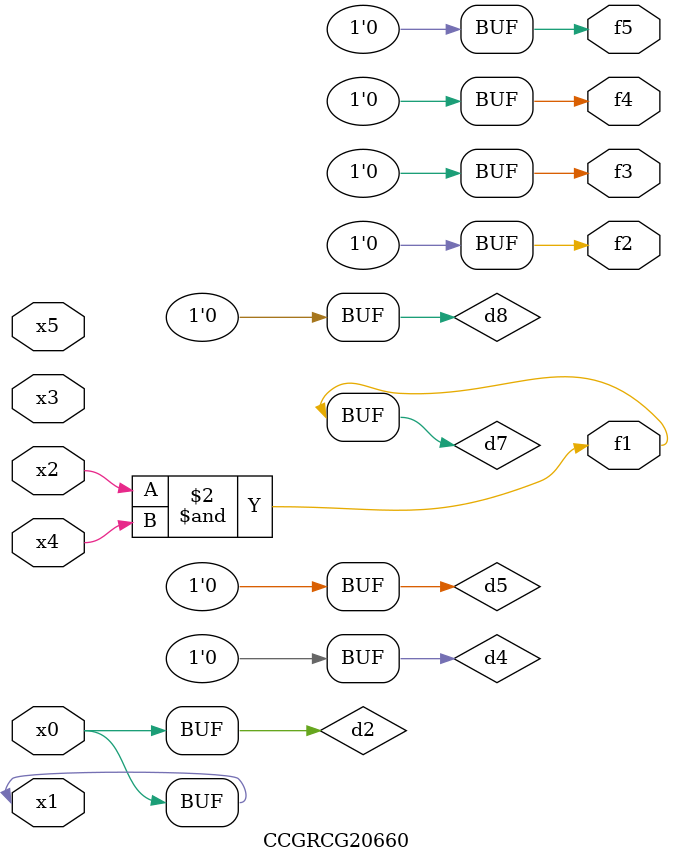
<source format=v>
module CCGRCG20660(
	input x0, x1, x2, x3, x4, x5,
	output f1, f2, f3, f4, f5
);

	wire d1, d2, d3, d4, d5, d6, d7, d8, d9;

	nand (d1, x1);
	buf (d2, x0, x1);
	nand (d3, x2, x4);
	and (d4, d1, d2);
	and (d5, d1, d2);
	nand (d6, d1, d3);
	not (d7, d3);
	xor (d8, d5);
	nor (d9, d5, d6);
	assign f1 = d7;
	assign f2 = d8;
	assign f3 = d8;
	assign f4 = d8;
	assign f5 = d8;
endmodule

</source>
